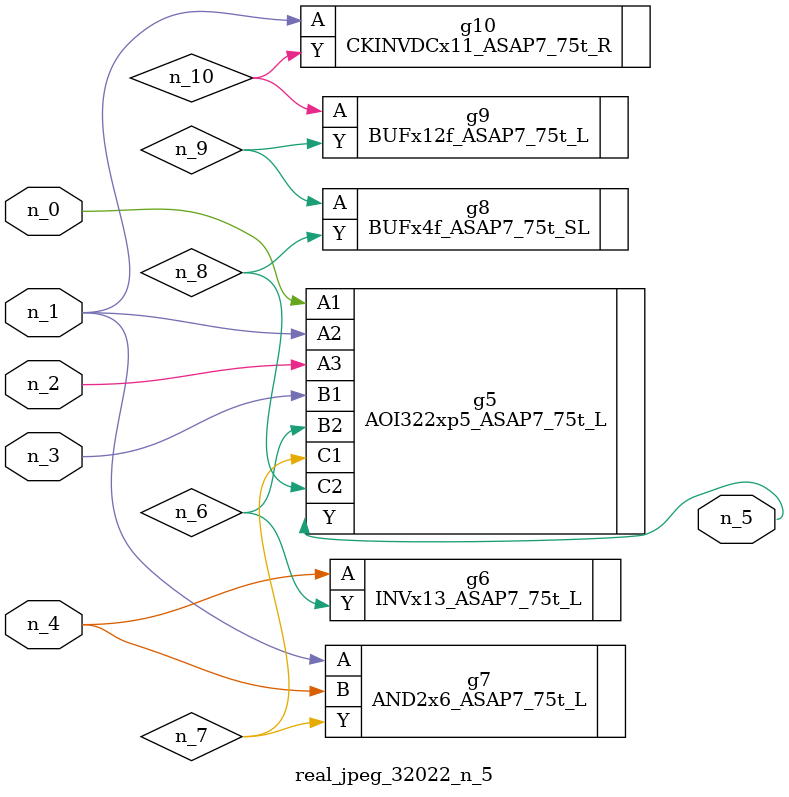
<source format=v>
module real_jpeg_32022_n_5 (n_4, n_0, n_1, n_2, n_3, n_5);

input n_4;
input n_0;
input n_1;
input n_2;
input n_3;

output n_5;

wire n_8;
wire n_6;
wire n_7;
wire n_10;
wire n_9;

AOI322xp5_ASAP7_75t_L g5 ( 
.A1(n_0),
.A2(n_1),
.A3(n_2),
.B1(n_3),
.B2(n_6),
.C1(n_7),
.C2(n_8),
.Y(n_5)
);

AND2x6_ASAP7_75t_L g7 ( 
.A(n_1),
.B(n_4),
.Y(n_7)
);

CKINVDCx11_ASAP7_75t_R g10 ( 
.A(n_1),
.Y(n_10)
);

INVx13_ASAP7_75t_L g6 ( 
.A(n_4),
.Y(n_6)
);

BUFx4f_ASAP7_75t_SL g8 ( 
.A(n_9),
.Y(n_8)
);

BUFx12f_ASAP7_75t_L g9 ( 
.A(n_10),
.Y(n_9)
);


endmodule
</source>
